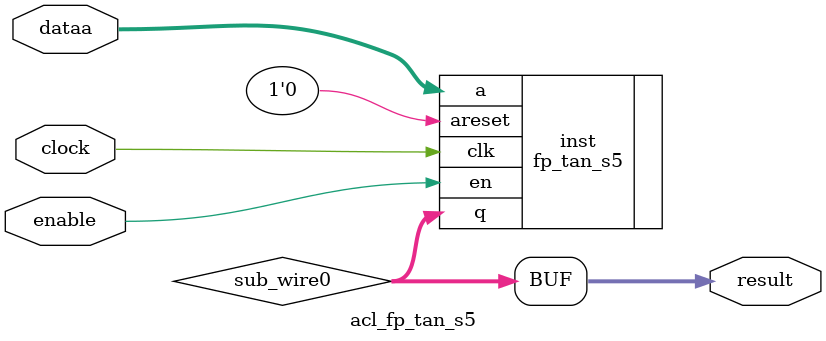
<source format=v>


`timescale 1 ps / 1 ps
// synopsys translate_on
module acl_fp_tan_s5 (
	enable,
	clock,
	dataa,
	result);

	input	  enable;
	input	  clock;
	input	[31:0]  dataa;
	output	[31:0]  result;

	wire [31:0] sub_wire0;
	wire [31:0] result = sub_wire0[31:0];

	fp_tan_s5 inst(
				.en (enable),
				.clk (clock),
				.a (dataa),
				.q (sub_wire0),
        .areset(1'b0));

endmodule

</source>
